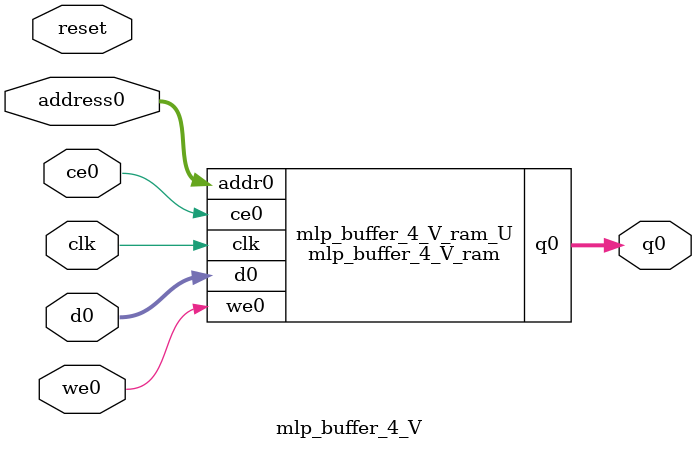
<source format=v>
`timescale 1 ns / 1 ps
module mlp_buffer_4_V_ram (addr0, ce0, d0, we0, q0,  clk);

parameter DWIDTH = 12;
parameter AWIDTH = 3;
parameter MEM_SIZE = 6;

input[AWIDTH-1:0] addr0;
input ce0;
input[DWIDTH-1:0] d0;
input we0;
output reg[DWIDTH-1:0] q0;
input clk;

reg [DWIDTH-1:0] ram[0:MEM_SIZE-1];




always @(posedge clk)  
begin 
    if (ce0) begin
        if (we0) 
            ram[addr0] <= d0; 
        q0 <= ram[addr0];
    end
end


endmodule

`timescale 1 ns / 1 ps
module mlp_buffer_4_V(
    reset,
    clk,
    address0,
    ce0,
    we0,
    d0,
    q0);

parameter DataWidth = 32'd12;
parameter AddressRange = 32'd6;
parameter AddressWidth = 32'd3;
input reset;
input clk;
input[AddressWidth - 1:0] address0;
input ce0;
input we0;
input[DataWidth - 1:0] d0;
output[DataWidth - 1:0] q0;



mlp_buffer_4_V_ram mlp_buffer_4_V_ram_U(
    .clk( clk ),
    .addr0( address0 ),
    .ce0( ce0 ),
    .we0( we0 ),
    .d0( d0 ),
    .q0( q0 ));

endmodule


</source>
